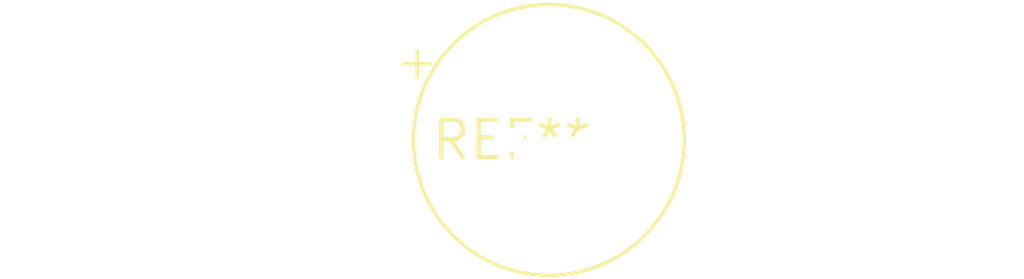
<source format=kicad_pcb>
(kicad_pcb (version 20240108) (generator pcbnew)
  (layers (0 "F.Cu" signal) (31 "B.Cu" signal) (34 "B.Paste" user) (35 "F.Paste" user) (36 "B.SilkS" user "B.Silkscreen") (37 "F.SilkS" user "F.Silkscreen") (38 "B.Mask" user) (39 "F.Mask" user) (44 "Edge.Cuts" user))
  (net 0 "")
  (footprint "CP_Radial_Tantal_D9.0mm_P2.50mm" (layer "F.Cu") (at 0 0)
    (property "Reference" "REF**")
    (property "Value" "CP_Radial_Tantal_D9.0mm_P2.50mm")
    (fp_line (start -3.694672 -2.595) (end -2.794672 -2.595) (layer "F.SilkS") (stroke (width 0.12)))
    (fp_line (start -3.244672 -3.045) (end -3.244672 -2.145) (layer "F.SilkS") (stroke (width 0.12)))
    (fp_circle (center 1.25 0) (end 5.87 0) (layer "F.SilkS") (stroke (width 0.12)) (fill none))
    (pad "1" thru_hole rect (at 0 0) (size 1.6 1.6) (drill 0.8) (layers *.Cu *.Mask) (remove_unused_layers))
    (pad "2" thru_hole circle (at 2.5 0) (size 1.6 1.6) (drill 0.8) (layers *.Cu *.Mask) (remove_unused_layers))
  )
)
</source>
